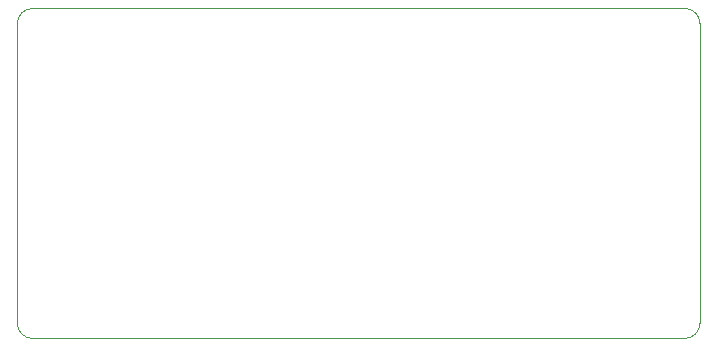
<source format=gbr>
%TF.GenerationSoftware,KiCad,Pcbnew,(5.1.9)-1*%
%TF.CreationDate,2021-01-25T16:28:16-05:00*%
%TF.ProjectId,LNA_1,4c4e415f-312e-46b6-9963-61645f706362,rev?*%
%TF.SameCoordinates,Original*%
%TF.FileFunction,Profile,NP*%
%FSLAX46Y46*%
G04 Gerber Fmt 4.6, Leading zero omitted, Abs format (unit mm)*
G04 Created by KiCad (PCBNEW (5.1.9)-1) date 2021-01-25 16:28:16*
%MOMM*%
%LPD*%
G01*
G04 APERTURE LIST*
%TA.AperFunction,Profile*%
%ADD10C,0.050000*%
%TD*%
G04 APERTURE END LIST*
D10*
X82550000Y-82550000D02*
X137795000Y-82550000D01*
X81280000Y-55880000D02*
X81280000Y-81280000D01*
X137795000Y-54610000D02*
X82550000Y-54610000D01*
X139065000Y-81280000D02*
X139065000Y-55880000D01*
X139065000Y-81280000D02*
G75*
G02*
X137795000Y-82550000I-1270000J0D01*
G01*
X82550000Y-82550000D02*
G75*
G02*
X81280000Y-81280000I0J1270000D01*
G01*
X81280000Y-55880000D02*
G75*
G02*
X82550000Y-54610000I1270000J0D01*
G01*
X137795000Y-54610000D02*
G75*
G02*
X139065000Y-55880000I0J-1270000D01*
G01*
M02*

</source>
